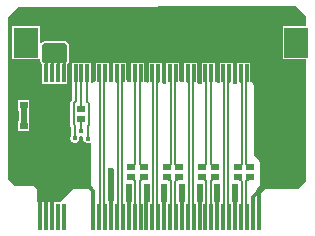
<source format=gtl>
G04*
G04 #@! TF.GenerationSoftware,Altium Limited,Altium Designer,22.2.1 (43)*
G04*
G04 Layer_Physical_Order=1*
G04 Layer_Color=255*
%FSLAX25Y25*%
%MOIN*%
G70*
G04*
G04 #@! TF.SameCoordinates,FD089562-881E-4EE4-B05D-B5CD34326894*
G04*
G04*
G04 #@! TF.FilePolarity,Positive*
G04*
G01*
G75*
%ADD12R,0.02559X0.02362*%
%ADD13R,0.01378X0.08661*%
%ADD14R,0.07874X0.09843*%
%ADD15R,0.01181X0.05906*%
%ADD17C,0.00800*%
%ADD18C,0.01300*%
%ADD19C,0.02000*%
%ADD20C,0.01150*%
%ADD21C,0.01772*%
%ADD22C,0.02362*%
G36*
X110500Y77500D02*
Y74155D01*
X102783D01*
Y63132D01*
X110500D01*
Y22500D01*
X108000Y20000D01*
X95522D01*
X95111Y20500D01*
Y29000D01*
X95027Y29425D01*
X94786Y29786D01*
X93111Y31460D01*
Y54500D01*
X93027Y54925D01*
X92786Y55286D01*
X92425Y55527D01*
X92000Y55611D01*
X91995Y55616D01*
Y62045D01*
X87665D01*
Y55088D01*
X87540Y54988D01*
X87218Y54831D01*
X86925Y55027D01*
X86500Y55111D01*
X86476Y55107D01*
X86089Y55424D01*
Y62045D01*
X81760D01*
Y55477D01*
X81405Y55334D01*
X81260Y55303D01*
X80925Y55527D01*
X80500Y55611D01*
X80184Y55871D01*
Y62045D01*
X75854D01*
Y55342D01*
X75550Y55118D01*
X75354Y55041D01*
X75000Y55111D01*
X74778Y55067D01*
X74341Y55344D01*
X74278Y55430D01*
Y62045D01*
X69949D01*
Y55778D01*
X69449Y55511D01*
X69425Y55527D01*
X69000Y55611D01*
X68873Y55586D01*
X68373Y55947D01*
Y62045D01*
X64043D01*
Y55215D01*
X63550Y54944D01*
X63425Y55027D01*
X63000Y55111D01*
X62967Y55105D01*
X62467Y55511D01*
Y62045D01*
X58138D01*
Y55606D01*
X58106Y55578D01*
X57638Y55385D01*
X57425Y55527D01*
X57000Y55611D01*
X56562Y56034D01*
Y62045D01*
X52232D01*
Y56377D01*
X51732Y56065D01*
X51500Y56111D01*
X51156Y56043D01*
X50867Y56186D01*
X50656Y56349D01*
Y62045D01*
X46327D01*
Y55860D01*
X46171Y55731D01*
X45827Y55546D01*
X45500Y55611D01*
X45251Y55562D01*
X44751Y55866D01*
Y62045D01*
X40421D01*
Y55922D01*
X40035Y55604D01*
X40000Y55611D01*
X39575Y55527D01*
X39353Y55378D01*
X38903Y55556D01*
X38853Y55600D01*
Y58502D01*
X38845Y58538D01*
Y62045D01*
X32547D01*
Y58538D01*
X32540Y58502D01*
Y49690D01*
X32255Y49405D01*
X31997Y49019D01*
X31907Y48565D01*
X31907Y48565D01*
Y41504D01*
X31907Y41504D01*
X31997Y41049D01*
X32255Y40664D01*
X32287Y40631D01*
Y37820D01*
X32224Y37757D01*
X31999Y37214D01*
Y36627D01*
X32224Y36085D01*
X32639Y35670D01*
X33182Y35445D01*
X33769D01*
X34311Y35670D01*
X34727Y36085D01*
X34951Y36627D01*
Y37214D01*
X34917Y37296D01*
X35300Y37679D01*
X35308Y37676D01*
X35895D01*
X35990Y37716D01*
X36373Y37333D01*
X36251Y37038D01*
Y36451D01*
X36476Y35909D01*
X36891Y35494D01*
X37433Y35269D01*
X38021D01*
X38389Y35421D01*
X38889Y35166D01*
Y20500D01*
X38478Y20000D01*
X33000D01*
X28500Y15500D01*
X21000D01*
Y20000D01*
X20000Y21000D01*
X13500D01*
X11054Y23446D01*
Y77054D01*
X14470Y80470D01*
X106976Y81024D01*
X110500Y77500D01*
D02*
G37*
G36*
X46500Y16000D02*
X44500D01*
Y26000D01*
X46500D01*
Y16000D01*
D02*
G37*
G36*
X87938Y15468D02*
X85938D01*
Y21467D01*
X87938D01*
Y15468D01*
D02*
G37*
G36*
X81986D02*
X79986D01*
Y21467D01*
X81986D01*
Y15468D01*
D02*
G37*
G36*
X76094D02*
X74094D01*
Y21467D01*
X76094D01*
Y15468D01*
D02*
G37*
G36*
X70185D02*
X68185D01*
Y21467D01*
X70185D01*
Y15468D01*
D02*
G37*
G36*
X64249D02*
X62249D01*
Y21467D01*
X64249D01*
Y15468D01*
D02*
G37*
G36*
X58384D02*
X56384D01*
Y21467D01*
X58384D01*
Y15468D01*
D02*
G37*
G36*
X52500D02*
X50500D01*
Y21467D01*
X52500D01*
Y15468D01*
D02*
G37*
%LPC*%
G36*
X21759Y74155D02*
X12705D01*
Y63132D01*
X21382D01*
X21759Y63132D01*
X21882Y62684D01*
Y62573D01*
X21882Y62573D01*
X22069Y62121D01*
X22070D01*
X22569Y61621D01*
X22705Y61565D01*
Y58538D01*
X22697Y58502D01*
X22705Y58465D01*
Y54959D01*
X30971D01*
Y58465D01*
X30979Y58502D01*
X30971Y58538D01*
Y61621D01*
X30973Y61621D01*
X30973Y61621D01*
X31473Y62121D01*
X31660Y62573D01*
X31660Y62573D01*
Y67823D01*
X31660Y67823D01*
X31473Y68274D01*
X30723Y69024D01*
X30271Y69211D01*
X30271Y69211D01*
X23271D01*
X23271Y69211D01*
X22819Y69024D01*
Y69024D01*
X22259Y68463D01*
X21759Y68671D01*
Y74155D01*
D02*
G37*
G36*
X18370Y49598D02*
X14630D01*
Y46056D01*
X14879D01*
Y42771D01*
X14630D01*
Y39229D01*
X18370D01*
Y42771D01*
X18121D01*
Y46056D01*
X18370D01*
Y49598D01*
D02*
G37*
%LPD*%
G36*
X31021Y67823D02*
Y62573D01*
X30521Y62073D01*
X23021D01*
X22521Y62573D01*
Y67823D01*
X23271Y68573D01*
X30271D01*
X31021Y67823D01*
D02*
G37*
D12*
X16500Y41000D02*
D03*
Y37653D02*
D03*
X16500Y47827D02*
D03*
Y51173D02*
D03*
X35614Y43198D02*
D03*
Y46545D02*
D03*
X87790Y23827D02*
D03*
Y27173D02*
D03*
X91896Y23827D02*
D03*
Y27173D02*
D03*
X75984Y23827D02*
D03*
Y27173D02*
D03*
X80072Y23827D02*
D03*
Y27173D02*
D03*
X64166Y23827D02*
D03*
Y27173D02*
D03*
X68271Y23827D02*
D03*
Y27173D02*
D03*
X52346Y23827D02*
D03*
Y27173D02*
D03*
X56456Y23827D02*
D03*
Y27173D02*
D03*
D13*
X21925Y10500D02*
D03*
X23894D02*
D03*
X25862D02*
D03*
X27831D02*
D03*
X29799D02*
D03*
X39642D02*
D03*
X41610D02*
D03*
X43579D02*
D03*
X45547D02*
D03*
X47516D02*
D03*
X49484D02*
D03*
X51453D02*
D03*
X53421D02*
D03*
X55390D02*
D03*
X57358D02*
D03*
X59327D02*
D03*
X61295D02*
D03*
X63264D02*
D03*
X65232D02*
D03*
X67201D02*
D03*
X69169D02*
D03*
X71138D02*
D03*
X73106D02*
D03*
X75075D02*
D03*
X77043D02*
D03*
X79012D02*
D03*
X80980D02*
D03*
X82949D02*
D03*
X84917D02*
D03*
X86886D02*
D03*
X88854D02*
D03*
X90823D02*
D03*
X92791D02*
D03*
X94760D02*
D03*
D14*
X107310Y68644D02*
D03*
X17232D02*
D03*
D15*
X23885Y58502D02*
D03*
X25854D02*
D03*
X27822D02*
D03*
X29791D02*
D03*
X31759D02*
D03*
X33728D02*
D03*
X35696D02*
D03*
X37665D02*
D03*
X98688D02*
D03*
X96720D02*
D03*
X94751D02*
D03*
X92783D02*
D03*
X90814D02*
D03*
X88846D02*
D03*
X86877D02*
D03*
X84909D02*
D03*
X82940D02*
D03*
X80972D02*
D03*
X79003D02*
D03*
X77035D02*
D03*
X75066D02*
D03*
X73098D02*
D03*
X71129D02*
D03*
X69161D02*
D03*
X67192D02*
D03*
X65224D02*
D03*
X63255D02*
D03*
X61287D02*
D03*
X59318D02*
D03*
X57350D02*
D03*
X55381D02*
D03*
X53413D02*
D03*
X51444D02*
D03*
X49476D02*
D03*
X47507D02*
D03*
X45539D02*
D03*
X43570D02*
D03*
X41602D02*
D03*
X39633D02*
D03*
X100657D02*
D03*
D17*
X37727Y41052D02*
X38134Y41459D01*
X33095Y41504D02*
X33475Y41123D01*
X33095Y48565D02*
X33728Y49198D01*
X37665Y49116D02*
X38134Y48647D01*
X47791Y34625D02*
Y55480D01*
X47800Y10784D02*
Y34617D01*
X47791Y34625D02*
X47800Y34617D01*
X49191Y35205D02*
X49200Y35197D01*
Y10784D02*
Y35197D01*
Y10784D02*
X49484Y10500D01*
X49191Y35205D02*
Y55480D01*
X49285Y58311D02*
X49476Y58502D01*
X49285Y55574D02*
Y58311D01*
X49191Y55480D02*
X49285Y55574D01*
X47698D02*
X47791Y55480D01*
X47516Y10500D02*
X47800Y10784D01*
X37727Y36745D02*
Y41052D01*
X38134Y41459D02*
Y48647D01*
X35698Y46629D02*
Y58500D01*
X33475Y36921D02*
Y41123D01*
X33095Y41504D02*
Y48565D01*
X33728Y49198D02*
Y58502D01*
X37665Y49116D02*
Y58502D01*
X35608Y39158D02*
Y43192D01*
X43286Y35205D02*
X43295Y35197D01*
X41895Y10784D02*
Y34617D01*
X41886Y34625D02*
X41895Y34617D01*
X41886Y34625D02*
Y55480D01*
X41792Y55574D02*
X41886Y55480D01*
X43295Y10784D02*
X43579Y10500D01*
X41602Y58502D02*
X41792Y58311D01*
Y55574D02*
Y58311D01*
X43380D02*
X43570Y58502D01*
X43380Y55574D02*
Y58311D01*
X43286Y55480D02*
X43380Y55574D01*
X43286Y35205D02*
Y55480D01*
X43295Y10784D02*
Y35197D01*
X41610Y10500D02*
X41895Y10784D01*
X47698Y55574D02*
Y58311D01*
X47507Y58502D02*
X47698Y58311D01*
X84718D02*
X84909Y58502D01*
X84718Y55574D02*
Y58311D01*
X84624Y35205D02*
Y55480D01*
Y35205D02*
X84633Y35197D01*
X83233Y10784D02*
Y34617D01*
X83224Y34625D02*
X83233Y34617D01*
X84624Y55480D02*
X84718Y55574D01*
X83131Y55574D02*
X83224Y55480D01*
X83131Y55574D02*
Y58311D01*
X83224Y34625D02*
Y55480D01*
X82940Y58502D02*
X83131Y58311D01*
X84633Y10784D02*
X84917Y10500D01*
X84633Y10784D02*
Y35197D01*
X82949Y10500D02*
X83233Y10784D01*
X72907Y58311D02*
X73098Y58502D01*
X72907Y55574D02*
Y58311D01*
X72813Y55480D02*
X72907Y55574D01*
X72813Y35205D02*
Y55480D01*
X71422Y10784D02*
Y34617D01*
X72813Y35205D02*
X72822Y35197D01*
X71413Y34625D02*
X71422Y34617D01*
X71320Y55574D02*
Y58311D01*
X71129Y58502D02*
X71320Y58311D01*
X72822Y10784D02*
X73106Y10500D01*
X72822Y10784D02*
Y35197D01*
X71320Y55574D02*
X71413Y55480D01*
Y34625D02*
Y55480D01*
X71138Y10500D02*
X71422Y10784D01*
X61096Y55574D02*
Y58311D01*
X61002Y55480D02*
X61096Y55574D01*
Y58311D02*
X61287Y58502D01*
X61002Y35205D02*
Y55480D01*
Y35205D02*
X61011Y35197D01*
Y10784D02*
X61295Y10500D01*
X59318Y58502D02*
X59509Y58311D01*
X59327Y10500D02*
X59611Y10784D01*
Y34617D01*
X59602Y34625D02*
X59611Y34617D01*
X59602Y34625D02*
Y55480D01*
X59509Y55574D02*
Y58311D01*
Y55574D02*
X59602Y55480D01*
X61011Y10784D02*
Y35197D01*
X90624Y55574D02*
Y58311D01*
X90530Y42724D02*
Y55480D01*
X90624Y55574D01*
X90530Y42724D02*
X90543Y42711D01*
Y28423D02*
Y42711D01*
Y28423D02*
X91012Y27954D01*
X89143Y28423D02*
Y42131D01*
X88674Y27954D02*
X89143Y28423D01*
X88571Y27954D02*
X88674D01*
X87790Y27173D02*
X88571Y27954D01*
X89036Y55574D02*
X89130Y55480D01*
Y42144D02*
Y55480D01*
Y42144D02*
X89143Y42131D01*
X89036Y55574D02*
Y58311D01*
X90624D02*
X90814Y58502D01*
X88846D02*
X89036Y58311D01*
X91115Y27954D02*
X91896Y27173D01*
X91012Y27954D02*
X91115D01*
X78813Y55574D02*
Y58311D01*
X78728Y28419D02*
X79973Y27173D01*
X77225Y55574D02*
X77319Y55480D01*
X77225Y55574D02*
Y58311D01*
X78719Y42722D02*
Y55480D01*
X77035Y58502D02*
X77225Y58311D01*
X78813D02*
X79003Y58502D01*
X79973Y27173D02*
X80072D01*
X78728Y28419D02*
Y42713D01*
X78719Y42722D02*
X78728Y42713D01*
X75984Y27173D02*
X76082D01*
X78719Y55480D02*
X78813Y55574D01*
X76082Y27173D02*
X77328Y28419D01*
X77319Y42142D02*
X77328Y42133D01*
Y28419D02*
Y42133D01*
X77319Y42142D02*
Y55480D01*
X67002Y55574D02*
Y58311D01*
X66908Y42723D02*
X66918Y42712D01*
Y28423D02*
Y42712D01*
X66908Y42723D02*
Y55480D01*
X67002Y55574D01*
X66918Y28423D02*
X67387Y27954D01*
X67002Y58311D02*
X67192Y58502D01*
X67490Y27954D02*
X68271Y27173D01*
X65050Y27954D02*
X65518Y28423D01*
X65508Y42143D02*
Y55480D01*
X65414Y55574D02*
X65508Y55480D01*
X65518Y28423D02*
Y42132D01*
X67387Y27954D02*
X67490D01*
X65224Y58502D02*
X65414Y58311D01*
Y55574D02*
Y58311D01*
X64166Y27173D02*
X64947Y27954D01*
X65050D01*
X65508Y42143D02*
X65518Y42132D01*
X55191Y58311D02*
X55381Y58502D01*
X55191Y55574D02*
Y58311D01*
X55097Y42720D02*
Y55480D01*
X55191Y55574D01*
X55101Y28423D02*
Y42715D01*
X55097Y42720D02*
X55101Y42715D01*
X55570Y27954D02*
X55675D01*
X55101Y28423D02*
X55570Y27954D01*
X55675D02*
X56456Y27173D01*
X53603Y55574D02*
X53697Y55480D01*
Y42140D02*
Y55480D01*
X53603Y55574D02*
Y58311D01*
X53701Y28423D02*
Y42135D01*
X53233Y27954D02*
X53701Y28423D01*
X53413Y58502D02*
X53603Y58311D01*
X53127Y27954D02*
X53233D01*
X53697Y42140D02*
X53701Y42135D01*
X52346Y27173D02*
X53127Y27954D01*
X90543Y22577D02*
X91012Y23046D01*
X91115D01*
X90543Y16465D02*
Y22577D01*
X89139Y17041D02*
X89143Y17045D01*
Y22577D01*
X88674Y23046D02*
X89143Y22577D01*
X90539Y10784D02*
Y16461D01*
X90543Y16465D01*
X88854Y10500D02*
X89139Y10784D01*
X88571Y23046D02*
X88674D01*
X89139Y10784D02*
Y17041D01*
X90539Y10784D02*
X90823Y10500D01*
X87790Y23827D02*
X88571Y23046D01*
X91115D02*
X91896Y23827D01*
X78728Y16464D02*
Y22581D01*
X79973Y23827D02*
X80072D01*
X76082D02*
X77328Y22581D01*
X75984Y23827D02*
X76082D01*
X78728Y22581D02*
X79973Y23827D01*
X78728Y10784D02*
Y16463D01*
X78728Y16464D01*
X77043Y10500D02*
X77328Y10784D01*
Y17043D01*
X77328Y17043D01*
Y22581D01*
X78728Y10784D02*
X79012Y10500D01*
X67387Y23046D02*
X67490D01*
X68271Y23827D01*
X66918Y22577D02*
X67387Y23046D01*
X66918Y16464D02*
Y22577D01*
X66917Y16463D02*
X66918Y16464D01*
X65517Y17042D02*
X65518Y17044D01*
Y22577D01*
X66917Y10784D02*
X67201Y10500D01*
X65517Y10784D02*
Y17042D01*
X65232Y10500D02*
X65517Y10784D01*
X64947Y23046D02*
X65050D01*
X65518Y22577D01*
X64166Y23827D02*
X64947Y23046D01*
X66917Y10784D02*
Y16463D01*
X55675Y23046D02*
X56456Y23827D01*
X55570Y23046D02*
X55675D01*
X55101Y17865D02*
X55106Y17861D01*
X55101Y17865D02*
Y22577D01*
X55570Y23046D01*
X55106Y10784D02*
X55390Y10500D01*
X52346Y23827D02*
X53127Y23046D01*
X55106Y10784D02*
Y17861D01*
X53706Y10784D02*
Y17281D01*
X53421Y10500D02*
X53706Y10784D01*
X53701Y17286D02*
X53706Y17281D01*
X53701Y17286D02*
Y22577D01*
X53127Y23046D02*
X53233D01*
X53701Y22577D01*
D18*
X92791Y17209D02*
X94760Y19177D01*
Y10500D02*
Y19177D01*
X97583Y22000D02*
X98000D01*
X39642Y10500D02*
Y19358D01*
X37500Y21500D02*
X39642Y19358D01*
X92791Y10500D02*
Y17209D01*
X45500Y17000D02*
X45547Y16953D01*
Y10500D02*
Y16953D01*
X86925Y10539D02*
Y20441D01*
X86992Y20508D01*
X86886Y10500D02*
X86925Y10539D01*
X80975Y10505D02*
X80980Y10500D01*
X80975Y10505D02*
Y20503D01*
X80970Y20508D02*
X80975Y20503D01*
X75080Y10505D02*
Y20503D01*
X75085Y20508D01*
X75075Y10500D02*
X75080Y10505D01*
X69184Y20493D02*
X69199Y20508D01*
X69169Y10500D02*
X69184Y10515D01*
Y20493D01*
X63264Y10500D02*
X63273Y10509D01*
Y20498D01*
X63283Y20508D01*
X57358Y10500D02*
Y16358D01*
X57500Y16500D01*
X51453Y16453D02*
X51500Y16500D01*
X51453Y10500D02*
Y16453D01*
X25862Y10500D02*
Y16638D01*
X25500Y17000D02*
X25862Y16638D01*
X23894Y10500D02*
Y16394D01*
X24000Y16500D01*
X21925Y10500D02*
Y16925D01*
X22000Y17000D01*
D19*
X94760Y19177D02*
X97583Y22000D01*
X16500Y47827D02*
X16500Y47827D01*
Y41000D02*
Y47827D01*
D20*
X35614Y46545D02*
X35698Y46629D01*
X29775Y58517D02*
X29791Y58502D01*
X29775Y58517D02*
Y63611D01*
X29694Y63692D02*
X29775Y63611D01*
X27807Y58517D02*
Y62452D01*
X26894Y63364D02*
Y63692D01*
X27807Y58517D02*
X27822Y58502D01*
X26894Y63364D02*
X27807Y62452D01*
X25854Y58502D02*
X25869Y58517D01*
Y62339D01*
X26894Y63364D01*
X23901Y63498D02*
X24095Y63692D01*
X23885Y58502D02*
X23901Y58517D01*
Y63498D01*
D21*
X95000Y39500D02*
D03*
Y51000D02*
D03*
X16500Y44413D02*
D03*
X94500Y64500D02*
D03*
X89500D02*
D03*
X84500D02*
D03*
X79500D02*
D03*
X74500D02*
D03*
X69500D02*
D03*
X64500D02*
D03*
X59500D02*
D03*
X54500D02*
D03*
X49500D02*
D03*
X44500D02*
D03*
X39500D02*
D03*
X34500D02*
D03*
X57362Y20508D02*
D03*
X86992D02*
D03*
X80970D02*
D03*
X75085D02*
D03*
X69199D02*
D03*
X63283D02*
D03*
X51500D02*
D03*
X33475Y36921D02*
D03*
X37727Y36745D02*
D03*
X35601Y39152D02*
D03*
D22*
X45562Y25898D02*
D03*
X94500Y76500D02*
D03*
X108406Y23961D02*
D03*
X105641Y21591D02*
D03*
X13941Y22740D02*
D03*
X25500Y48500D02*
D03*
Y44000D02*
D03*
Y39500D02*
D03*
Y35000D02*
D03*
Y30500D02*
D03*
Y26000D02*
D03*
X80000Y76500D02*
D03*
X67500D02*
D03*
X55000D02*
D03*
X42500D02*
D03*
X30000D02*
D03*
X24095Y63692D02*
D03*
X26894D02*
D03*
X29694D02*
D03*
Y66597D02*
D03*
X26894D02*
D03*
X24095D02*
D03*
M02*

</source>
